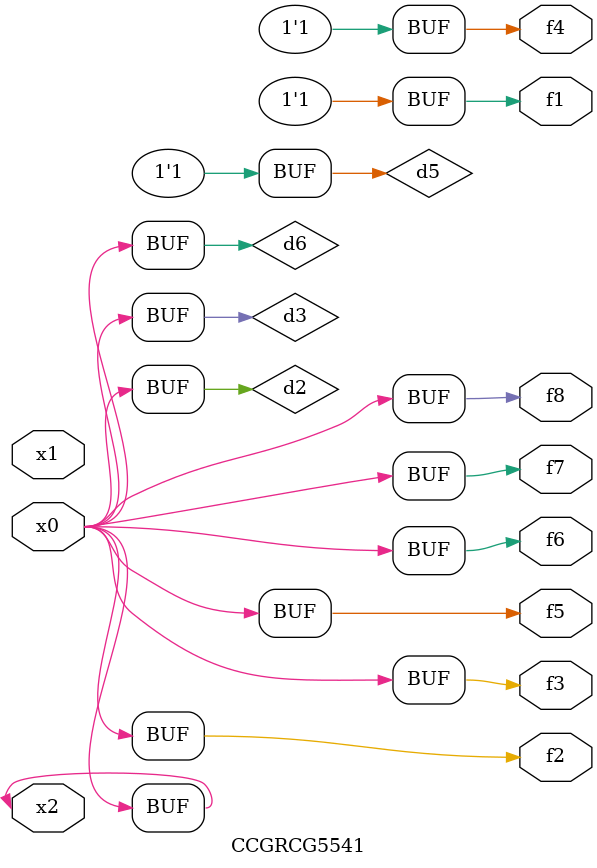
<source format=v>
module CCGRCG5541(
	input x0, x1, x2,
	output f1, f2, f3, f4, f5, f6, f7, f8
);

	wire d1, d2, d3, d4, d5, d6;

	xnor (d1, x2);
	buf (d2, x0, x2);
	and (d3, x0);
	xnor (d4, x1, x2);
	nand (d5, d1, d3);
	buf (d6, d2, d3);
	assign f1 = d5;
	assign f2 = d6;
	assign f3 = d6;
	assign f4 = d5;
	assign f5 = d6;
	assign f6 = d6;
	assign f7 = d6;
	assign f8 = d6;
endmodule

</source>
